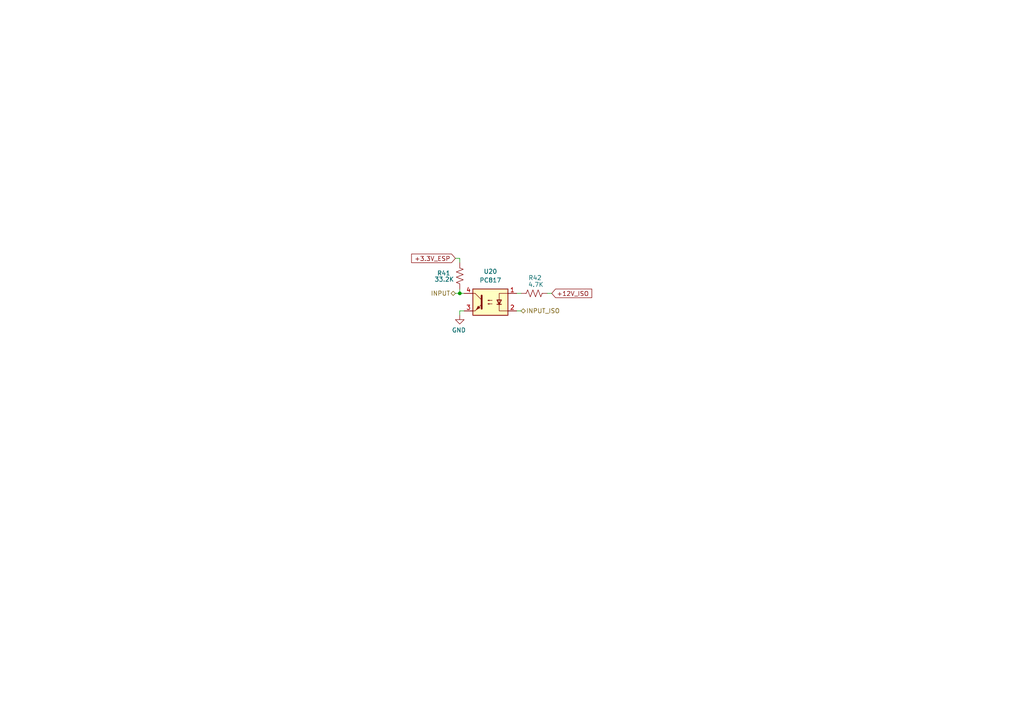
<source format=kicad_sch>
(kicad_sch
	(version 20250114)
	(generator "eeschema")
	(generator_version "9.0")
	(uuid "9b273dea-f120-4bd3-8cf5-a835b0ec9620")
	(paper "A4")
	(title_block
		(title "Variador de frecuencia LVDC")
		(date "2025-08-05")
		(rev "0")
		(company "Andrenacci - Carra")
	)
	(lib_symbols
		(symbol "Device:R_US"
			(pin_numbers
				(hide yes)
			)
			(pin_names
				(offset 0)
			)
			(exclude_from_sim no)
			(in_bom yes)
			(on_board yes)
			(property "Reference" "R"
				(at 2.54 0 90)
				(effects
					(font
						(size 1.27 1.27)
					)
				)
			)
			(property "Value" "R_US"
				(at -2.54 0 90)
				(effects
					(font
						(size 1.27 1.27)
					)
				)
			)
			(property "Footprint" ""
				(at 1.016 -0.254 90)
				(effects
					(font
						(size 1.27 1.27)
					)
					(hide yes)
				)
			)
			(property "Datasheet" "~"
				(at 0 0 0)
				(effects
					(font
						(size 1.27 1.27)
					)
					(hide yes)
				)
			)
			(property "Description" "Resistor, US symbol"
				(at 0 0 0)
				(effects
					(font
						(size 1.27 1.27)
					)
					(hide yes)
				)
			)
			(property "ki_keywords" "R res resistor"
				(at 0 0 0)
				(effects
					(font
						(size 1.27 1.27)
					)
					(hide yes)
				)
			)
			(property "ki_fp_filters" "R_*"
				(at 0 0 0)
				(effects
					(font
						(size 1.27 1.27)
					)
					(hide yes)
				)
			)
			(symbol "R_US_0_1"
				(polyline
					(pts
						(xy 0 2.286) (xy 0 2.54)
					)
					(stroke
						(width 0)
						(type default)
					)
					(fill
						(type none)
					)
				)
				(polyline
					(pts
						(xy 0 2.286) (xy 1.016 1.905) (xy 0 1.524) (xy -1.016 1.143) (xy 0 0.762)
					)
					(stroke
						(width 0)
						(type default)
					)
					(fill
						(type none)
					)
				)
				(polyline
					(pts
						(xy 0 0.762) (xy 1.016 0.381) (xy 0 0) (xy -1.016 -0.381) (xy 0 -0.762)
					)
					(stroke
						(width 0)
						(type default)
					)
					(fill
						(type none)
					)
				)
				(polyline
					(pts
						(xy 0 -0.762) (xy 1.016 -1.143) (xy 0 -1.524) (xy -1.016 -1.905) (xy 0 -2.286)
					)
					(stroke
						(width 0)
						(type default)
					)
					(fill
						(type none)
					)
				)
				(polyline
					(pts
						(xy 0 -2.286) (xy 0 -2.54)
					)
					(stroke
						(width 0)
						(type default)
					)
					(fill
						(type none)
					)
				)
			)
			(symbol "R_US_1_1"
				(pin passive line
					(at 0 3.81 270)
					(length 1.27)
					(name "~"
						(effects
							(font
								(size 1.27 1.27)
							)
						)
					)
					(number "1"
						(effects
							(font
								(size 1.27 1.27)
							)
						)
					)
				)
				(pin passive line
					(at 0 -3.81 90)
					(length 1.27)
					(name "~"
						(effects
							(font
								(size 1.27 1.27)
							)
						)
					)
					(number "2"
						(effects
							(font
								(size 1.27 1.27)
							)
						)
					)
				)
			)
			(embedded_fonts no)
		)
		(symbol "Isolator:PC817"
			(pin_names
				(offset 1.016)
			)
			(exclude_from_sim no)
			(in_bom yes)
			(on_board yes)
			(property "Reference" "U"
				(at -5.08 5.08 0)
				(effects
					(font
						(size 1.27 1.27)
					)
					(justify left)
				)
			)
			(property "Value" "PC817"
				(at 0 5.08 0)
				(effects
					(font
						(size 1.27 1.27)
					)
					(justify left)
				)
			)
			(property "Footprint" "Package_DIP:DIP-4_W7.62mm"
				(at -5.08 -5.08 0)
				(effects
					(font
						(size 1.27 1.27)
						(italic yes)
					)
					(justify left)
					(hide yes)
				)
			)
			(property "Datasheet" "http://www.soselectronic.cz/a_info/resource/d/pc817.pdf"
				(at 0 0 0)
				(effects
					(font
						(size 1.27 1.27)
					)
					(justify left)
					(hide yes)
				)
			)
			(property "Description" "DC Optocoupler, Vce 35V, CTR 50-300%, DIP-4"
				(at 0 0 0)
				(effects
					(font
						(size 1.27 1.27)
					)
					(hide yes)
				)
			)
			(property "ki_keywords" "NPN DC Optocoupler"
				(at 0 0 0)
				(effects
					(font
						(size 1.27 1.27)
					)
					(hide yes)
				)
			)
			(property "ki_fp_filters" "DIP*W7.62mm*"
				(at 0 0 0)
				(effects
					(font
						(size 1.27 1.27)
					)
					(hide yes)
				)
			)
			(symbol "PC817_0_1"
				(rectangle
					(start -5.08 3.81)
					(end 5.08 -3.81)
					(stroke
						(width 0.254)
						(type default)
					)
					(fill
						(type background)
					)
				)
				(polyline
					(pts
						(xy -5.08 2.54) (xy -2.54 2.54) (xy -2.54 -0.635)
					)
					(stroke
						(width 0)
						(type default)
					)
					(fill
						(type none)
					)
				)
				(polyline
					(pts
						(xy -3.175 -0.635) (xy -1.905 -0.635)
					)
					(stroke
						(width 0.254)
						(type default)
					)
					(fill
						(type none)
					)
				)
				(polyline
					(pts
						(xy -2.54 -0.635) (xy -2.54 -2.54) (xy -5.08 -2.54)
					)
					(stroke
						(width 0)
						(type default)
					)
					(fill
						(type none)
					)
				)
				(polyline
					(pts
						(xy -2.54 -0.635) (xy -3.175 0.635) (xy -1.905 0.635) (xy -2.54 -0.635)
					)
					(stroke
						(width 0.254)
						(type default)
					)
					(fill
						(type none)
					)
				)
				(polyline
					(pts
						(xy -0.508 0.508) (xy 0.762 0.508) (xy 0.381 0.381) (xy 0.381 0.635) (xy 0.762 0.508)
					)
					(stroke
						(width 0)
						(type default)
					)
					(fill
						(type none)
					)
				)
				(polyline
					(pts
						(xy -0.508 -0.508) (xy 0.762 -0.508) (xy 0.381 -0.635) (xy 0.381 -0.381) (xy 0.762 -0.508)
					)
					(stroke
						(width 0)
						(type default)
					)
					(fill
						(type none)
					)
				)
				(polyline
					(pts
						(xy 2.54 1.905) (xy 2.54 -1.905)
					)
					(stroke
						(width 0.508)
						(type default)
					)
					(fill
						(type none)
					)
				)
				(polyline
					(pts
						(xy 2.54 0.635) (xy 4.445 2.54)
					)
					(stroke
						(width 0)
						(type default)
					)
					(fill
						(type none)
					)
				)
				(polyline
					(pts
						(xy 3.048 -1.651) (xy 3.556 -1.143) (xy 4.064 -2.159) (xy 3.048 -1.651)
					)
					(stroke
						(width 0)
						(type default)
					)
					(fill
						(type outline)
					)
				)
				(polyline
					(pts
						(xy 4.445 2.54) (xy 5.08 2.54)
					)
					(stroke
						(width 0)
						(type default)
					)
					(fill
						(type none)
					)
				)
				(polyline
					(pts
						(xy 4.445 -2.54) (xy 2.54 -0.635)
					)
					(stroke
						(width 0)
						(type default)
					)
					(fill
						(type outline)
					)
				)
				(polyline
					(pts
						(xy 4.445 -2.54) (xy 5.08 -2.54)
					)
					(stroke
						(width 0)
						(type default)
					)
					(fill
						(type none)
					)
				)
			)
			(symbol "PC817_1_1"
				(pin passive line
					(at -7.62 2.54 0)
					(length 2.54)
					(name "~"
						(effects
							(font
								(size 1.27 1.27)
							)
						)
					)
					(number "1"
						(effects
							(font
								(size 1.27 1.27)
							)
						)
					)
				)
				(pin passive line
					(at -7.62 -2.54 0)
					(length 2.54)
					(name "~"
						(effects
							(font
								(size 1.27 1.27)
							)
						)
					)
					(number "2"
						(effects
							(font
								(size 1.27 1.27)
							)
						)
					)
				)
				(pin passive line
					(at 7.62 2.54 180)
					(length 2.54)
					(name "~"
						(effects
							(font
								(size 1.27 1.27)
							)
						)
					)
					(number "4"
						(effects
							(font
								(size 1.27 1.27)
							)
						)
					)
				)
				(pin passive line
					(at 7.62 -2.54 180)
					(length 2.54)
					(name "~"
						(effects
							(font
								(size 1.27 1.27)
							)
						)
					)
					(number "3"
						(effects
							(font
								(size 1.27 1.27)
							)
						)
					)
				)
			)
			(embedded_fonts no)
		)
		(symbol "power:GND"
			(power)
			(pin_numbers
				(hide yes)
			)
			(pin_names
				(offset 0)
				(hide yes)
			)
			(exclude_from_sim no)
			(in_bom yes)
			(on_board yes)
			(property "Reference" "#PWR"
				(at 0 -6.35 0)
				(effects
					(font
						(size 1.27 1.27)
					)
					(hide yes)
				)
			)
			(property "Value" "GND"
				(at 0 -3.81 0)
				(effects
					(font
						(size 1.27 1.27)
					)
				)
			)
			(property "Footprint" ""
				(at 0 0 0)
				(effects
					(font
						(size 1.27 1.27)
					)
					(hide yes)
				)
			)
			(property "Datasheet" ""
				(at 0 0 0)
				(effects
					(font
						(size 1.27 1.27)
					)
					(hide yes)
				)
			)
			(property "Description" "Power symbol creates a global label with name \"GND\" , ground"
				(at 0 0 0)
				(effects
					(font
						(size 1.27 1.27)
					)
					(hide yes)
				)
			)
			(property "ki_keywords" "global power"
				(at 0 0 0)
				(effects
					(font
						(size 1.27 1.27)
					)
					(hide yes)
				)
			)
			(symbol "GND_0_1"
				(polyline
					(pts
						(xy 0 0) (xy 0 -1.27) (xy 1.27 -1.27) (xy 0 -2.54) (xy -1.27 -1.27) (xy 0 -1.27)
					)
					(stroke
						(width 0)
						(type default)
					)
					(fill
						(type none)
					)
				)
			)
			(symbol "GND_1_1"
				(pin power_in line
					(at 0 0 270)
					(length 0)
					(name "~"
						(effects
							(font
								(size 1.27 1.27)
							)
						)
					)
					(number "1"
						(effects
							(font
								(size 1.27 1.27)
							)
						)
					)
				)
			)
			(embedded_fonts no)
		)
	)
	(junction
		(at 133.35 85.09)
		(diameter 0)
		(color 0 0 0 0)
		(uuid "45eacabc-313a-4b8e-9fe1-48f1fcd0622b")
	)
	(wire
		(pts
			(xy 134.62 90.17) (xy 133.35 90.17)
		)
		(stroke
			(width 0)
			(type default)
		)
		(uuid "0ee28b9a-a5ca-47cd-a952-6351b58169cc")
	)
	(wire
		(pts
			(xy 149.86 90.17) (xy 151.13 90.17)
		)
		(stroke
			(width 0)
			(type default)
		)
		(uuid "12a30314-7b4b-49e2-8d23-40cf741b7240")
	)
	(wire
		(pts
			(xy 133.35 90.17) (xy 133.35 91.44)
		)
		(stroke
			(width 0)
			(type default)
		)
		(uuid "2f497cb2-0914-4702-8ede-e111f8d7ba1e")
	)
	(wire
		(pts
			(xy 133.35 85.09) (xy 134.62 85.09)
		)
		(stroke
			(width 0)
			(type default)
		)
		(uuid "66de1b5d-1155-4467-a62b-464b03b0cc2a")
	)
	(wire
		(pts
			(xy 149.86 85.09) (xy 151.13 85.09)
		)
		(stroke
			(width 0)
			(type default)
		)
		(uuid "803a10a7-d7ee-4e02-bab1-d63465174ea3")
	)
	(wire
		(pts
			(xy 133.35 74.93) (xy 133.35 76.2)
		)
		(stroke
			(width 0)
			(type default)
		)
		(uuid "a11deecb-5000-4386-83ed-6f978057796d")
	)
	(wire
		(pts
			(xy 132.08 85.09) (xy 133.35 85.09)
		)
		(stroke
			(width 0)
			(type default)
		)
		(uuid "b9d672c6-ed8e-4991-b487-046afacfe953")
	)
	(wire
		(pts
			(xy 158.75 85.09) (xy 160.02 85.09)
		)
		(stroke
			(width 0)
			(type default)
		)
		(uuid "d132d882-840b-489e-ab56-0d3d8b5c08f9")
	)
	(wire
		(pts
			(xy 133.35 83.82) (xy 133.35 85.09)
		)
		(stroke
			(width 0)
			(type default)
		)
		(uuid "dd6a4789-210d-4ba5-a6bb-fb7d0d39c223")
	)
	(wire
		(pts
			(xy 132.08 74.93) (xy 133.35 74.93)
		)
		(stroke
			(width 0)
			(type default)
		)
		(uuid "f070494e-62ec-427a-a649-30facea750ed")
	)
	(global_label "+12V_ISO"
		(shape input)
		(at 160.02 85.09 0)
		(fields_autoplaced yes)
		(effects
			(font
				(size 1.27 1.27)
			)
			(justify left)
		)
		(uuid "0f14a970-438f-4feb-9cf3-9d06105787e5")
		(property "Intersheetrefs" "${INTERSHEET_REFS}"
			(at 172.1976 85.09 0)
			(effects
				(font
					(size 1.27 1.27)
				)
				(justify left)
				(hide yes)
			)
		)
	)
	(global_label "+3.3V_ESP"
		(shape input)
		(at 132.08 74.93 180)
		(fields_autoplaced yes)
		(effects
			(font
				(size 1.27 1.27)
			)
			(justify right)
		)
		(uuid "5eeee80a-02dc-4b79-a641-acef4702992b")
		(property "Intersheetrefs" "${INTERSHEET_REFS}"
			(at 123.41 74.93 0)
			(effects
				(font
					(size 1.27 1.27)
				)
				(justify right)
				(hide yes)
			)
		)
	)
	(hierarchical_label "INPUT_ISO"
		(shape bidirectional)
		(at 151.13 90.17 0)
		(effects
			(font
				(size 1.27 1.27)
			)
			(justify left)
		)
		(uuid "5914df74-6e89-4e73-aee4-68434fc14116")
	)
	(hierarchical_label "INPUT"
		(shape bidirectional)
		(at 132.08 85.09 180)
		(effects
			(font
				(size 1.27 1.27)
			)
			(justify right)
		)
		(uuid "69ba956f-14b7-4692-b928-03dffe83d557")
	)
	(symbol
		(lib_id "Device:R_US")
		(at 154.94 85.09 90)
		(unit 1)
		(exclude_from_sim no)
		(in_bom yes)
		(on_board yes)
		(dnp no)
		(uuid "0e3537d7-44e4-4a36-b737-2776c7789b11")
		(property "Reference" "R36"
			(at 153.2255 80.5815 90)
			(effects
				(font
					(size 1.27 1.27)
				)
				(justify right)
			)
		)
		(property "Value" "4.7K"
			(at 153.162 82.55 90)
			(effects
				(font
					(size 1.27 1.27)
				)
				(justify right)
			)
		)
		(property "Footprint" "Resistor_SMD:R_0603_1608Metric_Pad0.98x0.95mm_HandSolder"
			(at 155.194 84.074 90)
			(effects
				(font
					(size 1.27 1.27)
				)
				(hide yes)
			)
		)
		(property "Datasheet" "https://www.lcsc.com/datasheet/C2078630.pdf"
			(at 154.94 85.09 0)
			(effects
				(font
					(size 1.27 1.27)
				)
				(hide yes)
			)
		)
		(property "Description" "Resistor, US symbol"
			(at 154.94 85.09 0)
			(effects
				(font
					(size 1.27 1.27)
				)
				(hide yes)
			)
		)
		(property "Footprint checked" "Yes"
			(at 154.94 85.09 0)
			(effects
				(font
					(size 1.27 1.27)
				)
				(hide yes)
			)
		)
		(property "Symbol checked" "Yes"
			(at 154.94 85.09 0)
			(effects
				(font
					(size 1.27 1.27)
				)
				(hide yes)
			)
		)
		(property "Price" "0.0220"
			(at 154.94 85.09 0)
			(effects
				(font
					(size 1.27 1.27)
				)
				(hide yes)
			)
		)
		(property "Footprint Checked" ""
			(at 154.94 85.09 90)
			(effects
				(font
					(size 1.27 1.27)
				)
				(hide yes)
			)
		)
		(property "Compra" "https://www.lcsc.com/product-detail/C2078630.html"
			(at 154.94 85.09 90)
			(effects
				(font
					(size 1.27 1.27)
				)
				(hide yes)
			)
		)
		(property "Manufacturer" "VISHAY"
			(at 154.94 85.09 90)
			(effects
				(font
					(size 1.27 1.27)
				)
				(hide yes)
			)
		)
		(property "Sim.Library" ""
			(at 154.94 85.09 90)
			(effects
				(font
					(size 1.27 1.27)
				)
				(hide yes)
			)
		)
		(pin "1"
			(uuid "fc2e453b-bad7-4e00-80d3-06df3088562b")
		)
		(pin "2"
			(uuid "68d79c3f-b8b7-43cd-bfd9-1fa63888cc05")
		)
		(instances
			(project "HMI_LVDC-Inverter"
				(path "/0057333c-5edf-4047-9690-4d1b87a98977/e510606f-6f04-4711-9f2b-d43d4de4a4de/055a40fe-cd38-468e-af40-51b3396e74eb"
					(reference "R42")
					(unit 1)
				)
				(path "/0057333c-5edf-4047-9690-4d1b87a98977/e510606f-6f04-4711-9f2b-d43d4de4a4de/56ca9b1f-7ac9-4571-b846-7d181a59aeeb"
					(reference "R38")
					(unit 1)
				)
				(path "/0057333c-5edf-4047-9690-4d1b87a98977/e510606f-6f04-4711-9f2b-d43d4de4a4de/6a364d1f-798c-4d3f-8ad2-c49dde5e0a04"
					(reference "R46")
					(unit 1)
				)
				(path "/0057333c-5edf-4047-9690-4d1b87a98977/e510606f-6f04-4711-9f2b-d43d4de4a4de/8ed63270-0053-4d5b-bff7-f9f37411008b"
					(reference "R40")
					(unit 1)
				)
				(path "/0057333c-5edf-4047-9690-4d1b87a98977/e510606f-6f04-4711-9f2b-d43d4de4a4de/bd0135dc-8da7-4e5d-91da-103a4a8ec09c"
					(reference "R36")
					(unit 1)
				)
				(path "/0057333c-5edf-4047-9690-4d1b87a98977/e510606f-6f04-4711-9f2b-d43d4de4a4de/d5a41d21-a57c-4996-8243-e5c1dd58cf14"
					(reference "R44")
					(unit 1)
				)
			)
		)
	)
	(symbol
		(lib_id "Device:R_US")
		(at 133.35 80.01 180)
		(unit 1)
		(exclude_from_sim no)
		(in_bom yes)
		(on_board yes)
		(dnp no)
		(uuid "2af292ed-da87-4451-ae55-835559375ec2")
		(property "Reference" "R35"
			(at 126.746 79.248 0)
			(effects
				(font
					(size 1.27 1.27)
				)
				(justify right)
			)
		)
		(property "Value" "33.2K"
			(at 125.984 81.026 0)
			(effects
				(font
					(size 1.27 1.27)
				)
				(justify right)
			)
		)
		(property "Footprint" "Resistor_SMD:R_0603_1608Metric_Pad0.98x0.95mm_HandSolder"
			(at 132.334 79.756 90)
			(effects
				(font
					(size 1.27 1.27)
				)
				(hide yes)
			)
		)
		(property "Datasheet" "https://www.lcsc.com/datasheet/C706161.pdf"
			(at 133.35 80.01 0)
			(effects
				(font
					(size 1.27 1.27)
				)
				(hide yes)
			)
		)
		(property "Description" "Resistor, US symbol"
			(at 133.35 80.01 0)
			(effects
				(font
					(size 1.27 1.27)
				)
				(hide yes)
			)
		)
		(property "Footprint checked" "Yes"
			(at 133.35 80.01 0)
			(effects
				(font
					(size 1.27 1.27)
				)
				(hide yes)
			)
		)
		(property "Symbol checked" "Yes"
			(at 133.35 80.01 0)
			(effects
				(font
					(size 1.27 1.27)
				)
				(hide yes)
			)
		)
		(property "Price" "0.0095"
			(at 133.35 80.01 0)
			(effects
				(font
					(size 1.27 1.27)
				)
				(hide yes)
			)
		)
		(property "Footprint Checked" ""
			(at 133.35 80.01 0)
			(effects
				(font
					(size 1.27 1.27)
				)
				(hide yes)
			)
		)
		(property "Compra" "https://www.lcsc.com/product-detail/C706161.html"
			(at 133.35 80.01 0)
			(effects
				(font
					(size 1.27 1.27)
				)
				(hide yes)
			)
		)
		(property "Manufacturer" "YAGEO"
			(at 133.35 80.01 0)
			(effects
				(font
					(size 1.27 1.27)
				)
				(hide yes)
			)
		)
		(property "Sim.Library" ""
			(at 133.35 80.01 0)
			(effects
				(font
					(size 1.27 1.27)
				)
				(hide yes)
			)
		)
		(pin "1"
			(uuid "c7aa9f01-d3e8-44f9-a99e-7ba50c244a1d")
		)
		(pin "2"
			(uuid "1aead457-e32b-447e-91c6-b62bd8ccedaf")
		)
		(instances
			(project "HMI_LVDC-Inverter"
				(path "/0057333c-5edf-4047-9690-4d1b87a98977/e510606f-6f04-4711-9f2b-d43d4de4a4de/055a40fe-cd38-468e-af40-51b3396e74eb"
					(reference "R41")
					(unit 1)
				)
				(path "/0057333c-5edf-4047-9690-4d1b87a98977/e510606f-6f04-4711-9f2b-d43d4de4a4de/56ca9b1f-7ac9-4571-b846-7d181a59aeeb"
					(reference "R37")
					(unit 1)
				)
				(path "/0057333c-5edf-4047-9690-4d1b87a98977/e510606f-6f04-4711-9f2b-d43d4de4a4de/6a364d1f-798c-4d3f-8ad2-c49dde5e0a04"
					(reference "R45")
					(unit 1)
				)
				(path "/0057333c-5edf-4047-9690-4d1b87a98977/e510606f-6f04-4711-9f2b-d43d4de4a4de/8ed63270-0053-4d5b-bff7-f9f37411008b"
					(reference "R39")
					(unit 1)
				)
				(path "/0057333c-5edf-4047-9690-4d1b87a98977/e510606f-6f04-4711-9f2b-d43d4de4a4de/bd0135dc-8da7-4e5d-91da-103a4a8ec09c"
					(reference "R35")
					(unit 1)
				)
				(path "/0057333c-5edf-4047-9690-4d1b87a98977/e510606f-6f04-4711-9f2b-d43d4de4a4de/d5a41d21-a57c-4996-8243-e5c1dd58cf14"
					(reference "R43")
					(unit 1)
				)
			)
		)
	)
	(symbol
		(lib_id "Isolator:PC817")
		(at 142.24 87.63 0)
		(mirror y)
		(unit 1)
		(exclude_from_sim no)
		(in_bom yes)
		(on_board yes)
		(dnp no)
		(fields_autoplaced yes)
		(uuid "87a904cd-5b81-4c13-8942-ef73146a149f")
		(property "Reference" "U17"
			(at 142.24 78.74 0)
			(effects
				(font
					(size 1.27 1.27)
				)
			)
		)
		(property "Value" "PC817"
			(at 142.24 81.28 0)
			(effects
				(font
					(size 1.27 1.27)
				)
			)
		)
		(property "Footprint" "Package_DIP:DIP-4_W7.62mm_SMDSocket_SmallPads"
			(at 147.32 92.71 0)
			(effects
				(font
					(size 1.27 1.27)
					(italic yes)
				)
				(justify left)
				(hide yes)
			)
		)
		(property "Datasheet" "https://www.lcsc.com/datasheet/C3008368.pdf"
			(at 142.24 87.63 0)
			(effects
				(font
					(size 1.27 1.27)
				)
				(justify left)
				(hide yes)
			)
		)
		(property "Description" "DC Optocoupler, Vce 35V, CTR 50-300%, DIP-4"
			(at 142.24 87.63 0)
			(effects
				(font
					(size 1.27 1.27)
				)
				(hide yes)
			)
		)
		(property "Footprint Checked" ""
			(at 142.24 87.63 0)
			(effects
				(font
					(size 1.27 1.27)
				)
				(hide yes)
			)
		)
		(property "Compra" "https://www.lcsc.com/product-detail/C3008368.html"
			(at 142.24 87.63 0)
			(effects
				(font
					(size 1.27 1.27)
				)
				(hide yes)
			)
		)
		(property "Manufacturer" "UMW"
			(at 142.24 87.63 0)
			(effects
				(font
					(size 1.27 1.27)
				)
				(hide yes)
			)
		)
		(property "Price" "0.0347"
			(at 142.24 87.63 0)
			(effects
				(font
					(size 1.27 1.27)
				)
				(hide yes)
			)
		)
		(property "Sim.Library" ""
			(at 142.24 87.63 0)
			(effects
				(font
					(size 1.27 1.27)
				)
				(hide yes)
			)
		)
		(pin "2"
			(uuid "bfe3e86e-1a6d-45a7-9c78-0508d87a9f5f")
		)
		(pin "3"
			(uuid "6729609b-cfac-40c4-b055-92e1b6b852b2")
		)
		(pin "4"
			(uuid "03609f22-8dc0-41c5-aad1-525a93f0284f")
		)
		(pin "1"
			(uuid "ca6bc520-ffc2-45b7-9a93-544e08e073af")
		)
		(instances
			(project "HMI_LVDC-Inverter"
				(path "/0057333c-5edf-4047-9690-4d1b87a98977/e510606f-6f04-4711-9f2b-d43d4de4a4de/055a40fe-cd38-468e-af40-51b3396e74eb"
					(reference "U20")
					(unit 1)
				)
				(path "/0057333c-5edf-4047-9690-4d1b87a98977/e510606f-6f04-4711-9f2b-d43d4de4a4de/56ca9b1f-7ac9-4571-b846-7d181a59aeeb"
					(reference "U18")
					(unit 1)
				)
				(path "/0057333c-5edf-4047-9690-4d1b87a98977/e510606f-6f04-4711-9f2b-d43d4de4a4de/6a364d1f-798c-4d3f-8ad2-c49dde5e0a04"
					(reference "U22")
					(unit 1)
				)
				(path "/0057333c-5edf-4047-9690-4d1b87a98977/e510606f-6f04-4711-9f2b-d43d4de4a4de/8ed63270-0053-4d5b-bff7-f9f37411008b"
					(reference "U19")
					(unit 1)
				)
				(path "/0057333c-5edf-4047-9690-4d1b87a98977/e510606f-6f04-4711-9f2b-d43d4de4a4de/bd0135dc-8da7-4e5d-91da-103a4a8ec09c"
					(reference "U17")
					(unit 1)
				)
				(path "/0057333c-5edf-4047-9690-4d1b87a98977/e510606f-6f04-4711-9f2b-d43d4de4a4de/d5a41d21-a57c-4996-8243-e5c1dd58cf14"
					(reference "U21")
					(unit 1)
				)
			)
		)
	)
	(symbol
		(lib_id "power:GND")
		(at 133.35 91.44 0)
		(unit 1)
		(exclude_from_sim no)
		(in_bom yes)
		(on_board yes)
		(dnp no)
		(uuid "947da24f-ca7e-4c38-a10a-bd337029fd04")
		(property "Reference" "#PWR050"
			(at 133.35 97.79 0)
			(effects
				(font
					(size 1.27 1.27)
				)
				(hide yes)
			)
		)
		(property "Value" "GND"
			(at 133.096 95.758 0)
			(effects
				(font
					(size 1.27 1.27)
				)
			)
		)
		(property "Footprint" ""
			(at 133.35 91.44 0)
			(effects
				(font
					(size 1.27 1.27)
				)
				(hide yes)
			)
		)
		(property "Datasheet" ""
			(at 133.35 91.44 0)
			(effects
				(font
					(size 1.27 1.27)
				)
				(hide yes)
			)
		)
		(property "Description" "Power symbol creates a global label with name \"GND\" , ground"
			(at 133.35 91.44 0)
			(effects
				(font
					(size 1.27 1.27)
				)
				(hide yes)
			)
		)
		(pin "1"
			(uuid "f622b3fd-7485-45e8-83a9-7baab9771fec")
		)
		(instances
			(project "HMI_LVDC-Inverter"
				(path "/0057333c-5edf-4047-9690-4d1b87a98977/e510606f-6f04-4711-9f2b-d43d4de4a4de/055a40fe-cd38-468e-af40-51b3396e74eb"
					(reference "#PWR053")
					(unit 1)
				)
				(path "/0057333c-5edf-4047-9690-4d1b87a98977/e510606f-6f04-4711-9f2b-d43d4de4a4de/56ca9b1f-7ac9-4571-b846-7d181a59aeeb"
					(reference "#PWR051")
					(unit 1)
				)
				(path "/0057333c-5edf-4047-9690-4d1b87a98977/e510606f-6f04-4711-9f2b-d43d4de4a4de/6a364d1f-798c-4d3f-8ad2-c49dde5e0a04"
					(reference "#PWR055")
					(unit 1)
				)
				(path "/0057333c-5edf-4047-9690-4d1b87a98977/e510606f-6f04-4711-9f2b-d43d4de4a4de/8ed63270-0053-4d5b-bff7-f9f37411008b"
					(reference "#PWR052")
					(unit 1)
				)
				(path "/0057333c-5edf-4047-9690-4d1b87a98977/e510606f-6f04-4711-9f2b-d43d4de4a4de/bd0135dc-8da7-4e5d-91da-103a4a8ec09c"
					(reference "#PWR050")
					(unit 1)
				)
				(path "/0057333c-5edf-4047-9690-4d1b87a98977/e510606f-6f04-4711-9f2b-d43d4de4a4de/d5a41d21-a57c-4996-8243-e5c1dd58cf14"
					(reference "#PWR054")
					(unit 1)
				)
			)
		)
	)
)

</source>
